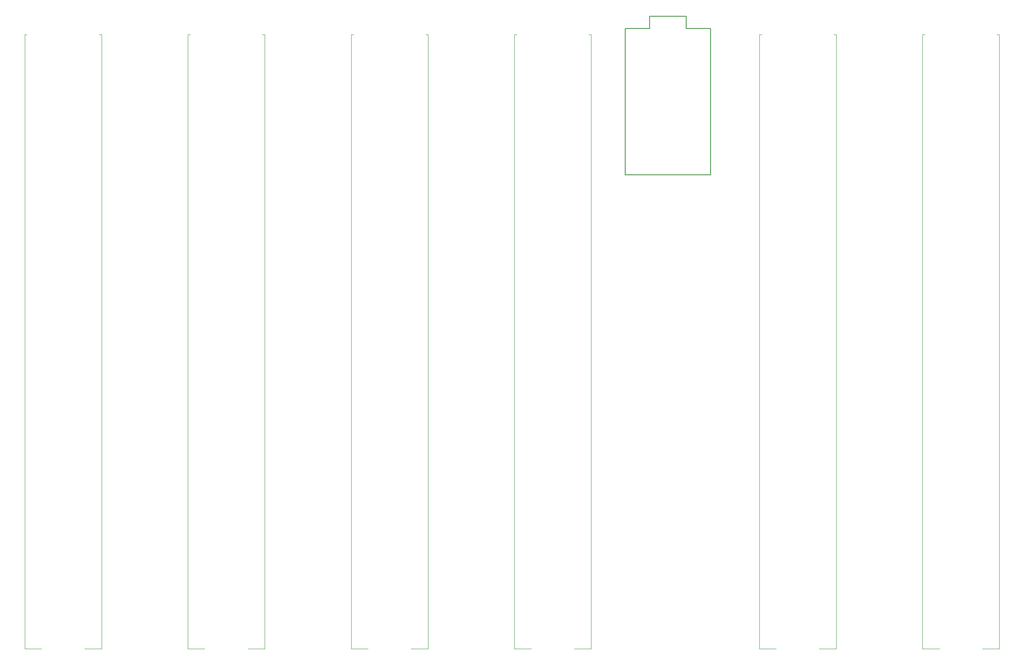
<source format=gbr>
%TF.GenerationSoftware,KiCad,Pcbnew,(5.1.6)-1*%
%TF.CreationDate,2020-07-07T10:02:33+02:00*%
%TF.ProjectId,Snackboard_pro_micro,536e6163-6b62-46f6-9172-645f70726f5f,rev?*%
%TF.SameCoordinates,Original*%
%TF.FileFunction,Legend,Bot*%
%TF.FilePolarity,Positive*%
%FSLAX46Y46*%
G04 Gerber Fmt 4.6, Leading zero omitted, Abs format (unit mm)*
G04 Created by KiCad (PCBNEW (5.1.6)-1) date 2020-07-07 10:02:33*
%MOMM*%
%LPD*%
G01*
G04 APERTURE LIST*
%ADD10C,0.150000*%
%ADD11C,0.100000*%
G04 APERTURE END LIST*
D10*
%TO.C,U1*%
X212905000Y-65630000D02*
X195125000Y-65630000D01*
X195125000Y-65630000D02*
X195125000Y-35150000D01*
X195125000Y-35150000D02*
X200205000Y-35150000D01*
X200205000Y-35150000D02*
X200205000Y-32610000D01*
X200205000Y-32610000D02*
X207825000Y-32610000D01*
X207825000Y-32610000D02*
X207825000Y-35150000D01*
X207825000Y-35150000D02*
X212905000Y-35150000D01*
X212905000Y-35150000D02*
X212905000Y-65630000D01*
D11*
%TO.C,VR6*%
X85515000Y-36390000D02*
X86015000Y-36390000D01*
X86015000Y-36390000D02*
X86015000Y-164390000D01*
X86015000Y-164390000D02*
X82515000Y-164390000D01*
X70515000Y-36390000D02*
X70015000Y-36390000D01*
X70015000Y-36390000D02*
X70015000Y-164390000D01*
X70015000Y-164390000D02*
X73515000Y-164390000D01*
%TO.C,VR5*%
X119515000Y-36390000D02*
X120015000Y-36390000D01*
X120015000Y-36390000D02*
X120015000Y-164390000D01*
X120015000Y-164390000D02*
X116515000Y-164390000D01*
X104515000Y-36390000D02*
X104015000Y-36390000D01*
X104015000Y-36390000D02*
X104015000Y-164390000D01*
X104015000Y-164390000D02*
X107515000Y-164390000D01*
%TO.C,VR1*%
X272515000Y-36390000D02*
X273015000Y-36390000D01*
X273015000Y-36390000D02*
X273015000Y-164390000D01*
X273015000Y-164390000D02*
X269515000Y-164390000D01*
X257515000Y-36390000D02*
X257015000Y-36390000D01*
X257015000Y-36390000D02*
X257015000Y-164390000D01*
X257015000Y-164390000D02*
X260515000Y-164390000D01*
%TO.C,VR2*%
X238515000Y-36390000D02*
X239015000Y-36390000D01*
X239015000Y-36390000D02*
X239015000Y-164390000D01*
X239015000Y-164390000D02*
X235515000Y-164390000D01*
X223515000Y-36390000D02*
X223015000Y-36390000D01*
X223015000Y-36390000D02*
X223015000Y-164390000D01*
X223015000Y-164390000D02*
X226515000Y-164390000D01*
%TO.C,VR3*%
X187515000Y-36390000D02*
X188015000Y-36390000D01*
X188015000Y-36390000D02*
X188015000Y-164390000D01*
X188015000Y-164390000D02*
X184515000Y-164390000D01*
X172515000Y-36390000D02*
X172015000Y-36390000D01*
X172015000Y-36390000D02*
X172015000Y-164390000D01*
X172015000Y-164390000D02*
X175515000Y-164390000D01*
%TO.C,VR4*%
X153515000Y-36390000D02*
X154015000Y-36390000D01*
X154015000Y-36390000D02*
X154015000Y-164390000D01*
X154015000Y-164390000D02*
X150515000Y-164390000D01*
X138515000Y-36390000D02*
X138015000Y-36390000D01*
X138015000Y-36390000D02*
X138015000Y-164390000D01*
X138015000Y-164390000D02*
X141515000Y-164390000D01*
%TD*%
M02*

</source>
